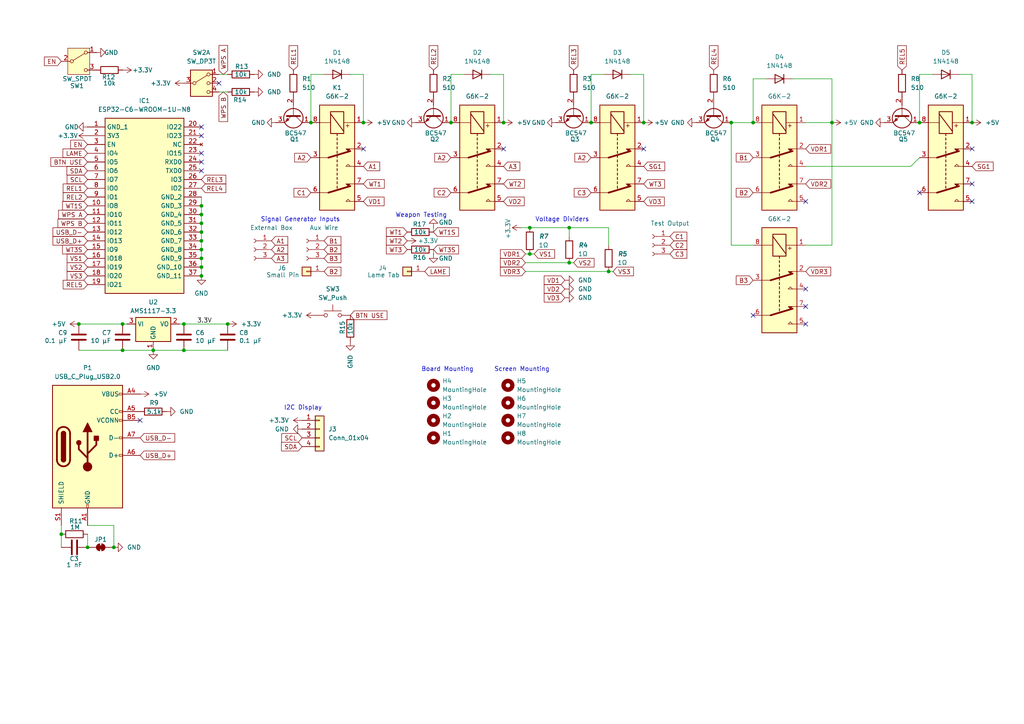
<source format=kicad_sch>
(kicad_sch (version 20250114) (generator "eeschema") (generator_version "9.0")
  (paper "A4")
  (text "Weapon Testing" (at 122.174 62.484 0) (effects (font (size 1.27 1.27))))
  (text "Screen Mounting" (at 151.384 107.188 0) (effects (font (size 1.27 1.27))))
  (text "Board Mounting" (at 129.794 107.188 0) (effects (font (size 1.27 1.27))))
  (text "I2C Display" (at 87.884 118.364 0) (effects (font (size 1.27 1.27))))
  (text "Voltage Dividers" (at 163.068 63.754 0) (effects (font (size 1.27 1.27))))
  (text "Signal Generator Inputs" (at 87.122 63.754 0) (effects (font (size 1.27 1.27))))
  (junction (at 44.45 101.6))
  (junction (at 25.4 158.75))
  (junction (at 22.86 93.98))
  (junction (at 281.94 35.56))
  (junction (at 146.05 35.56))
  (junction (at 165.1 76.2))
  (junction (at 58.42 67.31))
  (junction (at 66.04 93.98))
  (junction (at 176.53 78.74))
  (junction (at 53.34 101.6))
  (junction (at 266.7 35.56))
  (junction (at 218.44 35.56))
  (junction (at 53.34 93.98))
  (junction (at 58.42 69.85))
  (junction (at 153.67 73.66))
  (junction (at 17.78 154.94))
  (junction (at 241.3 35.56))
  (junction (at 153.67 66.04))
  (junction (at 212.09 35.56))
  (junction (at 186.69 35.56))
  (junction (at 58.42 59.69))
  (junction (at 130.81 35.56))
  (junction (at 90.17 35.56))
  (junction (at 58.42 77.47))
  (junction (at 35.56 101.6))
  (junction (at 58.42 72.39))
  (junction (at 58.42 74.93))
  (junction (at 105.41 35.56))
  (junction (at 58.42 80.01))
  (junction (at 165.1 66.04))
  (junction (at 171.45 35.56))
  (junction (at 58.42 62.23))
  (junction (at 35.56 93.98))
  (junction (at 58.42 64.77))
  (junction (at 33.02 158.75))
  (no_connect (at 63.5 24.13))
  (no_connect (at 58.42 39.37))
  (no_connect (at 233.68 88.9))
  (no_connect (at 233.68 83.82))
  (no_connect (at 58.42 49.53))
  (no_connect (at 281.94 53.34))
  (no_connect (at 233.68 93.98))
  (no_connect (at 58.42 44.45))
  (no_connect (at 281.94 43.18))
  (no_connect (at 105.41 43.18))
  (no_connect (at 218.44 91.44))
  (no_connect (at 146.05 43.18))
  (no_connect (at 266.7 55.88))
  (no_connect (at 186.69 43.18))
  (no_connect (at 58.42 46.99))
  (no_connect (at 233.68 58.42))
  (no_connect (at 40.64 121.92))
  (no_connect (at 281.94 58.42))
  (no_connect (at 58.42 36.83))
  (wire (pts (xy 53.34 101.6) (xy 66.04 101.6)))
  (wire (pts (xy 66.04 21.59) (xy 63.5 21.59)))
  (wire (pts (xy 25.4 154.94) (xy 25.4 158.75)))
  (wire (pts (xy 233.68 35.56) (xy 241.3 35.56)))
  (wire (pts (xy 22.86 93.98) (xy 35.56 93.98)))
  (wire (pts (xy 171.45 21.59) (xy 171.45 35.56)))
  (wire (pts (xy 212.09 71.12) (xy 212.09 35.56)))
  (wire (pts (xy 105.41 21.59) (xy 105.41 35.56)))
  (wire (pts (xy 241.3 22.86) (xy 241.3 35.56)))
  (wire (pts (xy 233.68 71.12) (xy 241.3 71.12)))
  (wire (pts (xy 264.16 48.26) (xy 266.7 45.72)))
  (wire (pts (xy 66.04 26.67) (xy 63.5 26.67)))
  (wire (pts (xy 58.42 67.31) (xy 58.42 69.85)))
  (wire (pts (xy 58.42 72.39) (xy 58.42 74.93)))
  (wire (pts (xy 25.4 152.4) (xy 33.02 152.4)))
  (wire (pts (xy 17.78 154.94) (xy 17.78 158.75)))
  (wire (pts (xy 186.69 21.59) (xy 186.69 35.56)))
  (wire (pts (xy 58.42 62.23) (xy 58.42 64.77)))
  (wire (pts (xy 165.1 66.04) (xy 165.1 68.58)))
  (wire (pts (xy 166.37 76.2) (xy 165.1 76.2)))
  (wire (pts (xy 35.56 93.98) (xy 36.83 93.98)))
  (wire (pts (xy 270.51 21.59) (xy 266.7 21.59)))
  (wire (pts (xy 152.4 73.66) (xy 153.67 73.66)))
  (wire (pts (xy 218.44 71.12) (xy 212.09 71.12)))
  (wire (pts (xy 142.24 21.59) (xy 146.05 21.59)))
  (wire (pts (xy 177.8 78.74) (xy 176.53 78.74)))
  (wire (pts (xy 222.25 22.86) (xy 218.44 22.86)))
  (wire (pts (xy 241.3 71.12) (xy 241.3 35.56)))
  (wire (pts (xy 58.42 57.15) (xy 58.42 59.69)))
  (wire (pts (xy 153.67 73.66) (xy 154.94 73.66)))
  (wire (pts (xy 58.42 77.47) (xy 58.42 80.01)))
  (wire (pts (xy 58.42 74.93) (xy 58.42 77.47)))
  (wire (pts (xy 53.34 93.98) (xy 66.04 93.98)))
  (wire (pts (xy 93.98 21.59) (xy 90.17 21.59)))
  (wire (pts (xy 233.68 48.26) (xy 264.16 48.26)))
  (wire (pts (xy 266.7 21.59) (xy 266.7 35.56)))
  (wire (pts (xy 218.44 22.86) (xy 218.44 35.56)))
  (wire (pts (xy 212.09 35.56) (xy 218.44 35.56)))
  (wire (pts (xy 33.02 152.4) (xy 33.02 158.75)))
  (wire (pts (xy 134.62 21.59) (xy 130.81 21.59)))
  (wire (pts (xy 182.88 21.59) (xy 186.69 21.59)))
  (wire (pts (xy 17.78 152.4) (xy 17.78 154.94)))
  (wire (pts (xy 90.17 21.59) (xy 90.17 35.56)))
  (wire (pts (xy 175.26 21.59) (xy 171.45 21.59)))
  (wire (pts (xy 58.42 69.85) (xy 58.42 72.39)))
  (wire (pts (xy 35.56 101.6) (xy 44.45 101.6)))
  (wire (pts (xy 151.13 66.04) (xy 153.67 66.04)))
  (wire (pts (xy 176.53 66.04) (xy 165.1 66.04)))
  (wire (pts (xy 130.81 21.59) (xy 130.81 35.56)))
  (wire (pts (xy 176.53 71.12) (xy 176.53 66.04)))
  (wire (pts (xy 44.45 101.6) (xy 53.34 101.6)))
  (wire (pts (xy 53.34 93.98) (xy 52.07 93.98)))
  (wire (pts (xy 229.87 22.86) (xy 241.3 22.86)))
  (wire (pts (xy 281.94 21.59) (xy 281.94 35.56)))
  (wire (pts (xy 58.42 59.69) (xy 58.42 62.23)))
  (wire (pts (xy 101.6 21.59) (xy 105.41 21.59)))
  (wire (pts (xy 152.4 76.2) (xy 165.1 76.2)))
  (wire (pts (xy 278.13 21.59) (xy 281.94 21.59)))
  (wire (pts (xy 125.73 66.04) (xy 125.73 67.31)))
  (wire (pts (xy 165.1 66.04) (xy 153.67 66.04)))
  (wire (pts (xy 146.05 21.59) (xy 146.05 35.56)))
  (wire (pts (xy 58.42 64.77) (xy 58.42 67.31)))
  (wire (pts (xy 22.86 101.6) (xy 35.56 101.6)))
  (wire (pts (xy 152.4 78.74) (xy 176.53 78.74)))
  (wire (pts (xy 125.73 72.39) (xy 125.73 73.66)))
  (label "3.3V" (at 57.15 93.98 0))
  (global_label "BTN USE" (shape input) (at 101.6 91.44 0) (property "Intersheetrefs" "${INTERSHEET_REFS}" (effects (hide yes))))
  (global_label "REL5" (shape input) (at 25.4 82.55 180) (property "Intersheetrefs" "${INTERSHEET_REFS}" (effects (hide yes))))
  (global_label "VDR1" (shape input) (at 233.68 43.18 0) (property "Intersheetrefs" "${INTERSHEET_REFS}" (effects (hide yes))))
  (global_label "USB_D+" (shape input) (at 25.4 69.85 180) (property "Intersheetrefs" "${INTERSHEET_REFS}" (effects (hide yes))))
  (global_label "WT1" (shape input) (at 105.41 53.34 0) (property "Intersheetrefs" "${INTERSHEET_REFS}" (effects (hide yes))))
  (global_label "WT1" (shape input) (at 118.11 67.31 180) (property "Intersheetrefs" "${INTERSHEET_REFS}" (effects (hide yes))))
  (global_label "A3" (shape input) (at 146.05 48.26 0) (property "Intersheetrefs" "${INTERSHEET_REFS}" (effects (hide yes))))
  (global_label "VDR2" (shape input) (at 233.68 53.34 0) (property "Intersheetrefs" "${INTERSHEET_REFS}" (effects (hide yes))))
  (global_label "A1" (shape input) (at 78.74 69.85 0) (property "Intersheetrefs" "${INTERSHEET_REFS}" (effects (hide yes))))
  (global_label "VDR2" (shape input) (at 152.4 76.2 180) (property "Intersheetrefs" "${INTERSHEET_REFS}" (effects (hide yes))))
  (global_label "A2" (shape input) (at 78.74 72.39 0) (property "Intersheetrefs" "${INTERSHEET_REFS}" (effects (hide yes))))
  (global_label "WPS A" (shape input) (at 64.77 21.59 90) (property "Intersheetrefs" "${INTERSHEET_REFS}" (effects (hide yes))))
  (global_label "B3" (shape input) (at 218.44 81.28 180) (property "Intersheetrefs" "${INTERSHEET_REFS}" (effects (hide yes))))
  (global_label "SDA" (shape input) (at 25.4 49.53 180) (property "Intersheetrefs" "${INTERSHEET_REFS}" (effects (hide yes))))
  (global_label "LAME" (shape input) (at 123.19 78.74 0) (property "Intersheetrefs" "${INTERSHEET_REFS}" (effects (hide yes))))
  (global_label "VS1" (shape input) (at 154.94 73.66 0) (property "Intersheetrefs" "${INTERSHEET_REFS}" (effects (hide yes))))
  (global_label "REL4" (shape input) (at 207.01 20.32 90) (property "Intersheetrefs" "${INTERSHEET_REFS}" (effects (hide yes))))
  (global_label "REL2" (shape input) (at 25.4 57.15 180) (property "Intersheetrefs" "${INTERSHEET_REFS}" (effects (hide yes))))
  (global_label "LAME" (shape input) (at 25.4 44.45 180) (property "Intersheetrefs" "${INTERSHEET_REFS}" (effects (hide yes))))
  (global_label "USB_D-" (shape input) (at 25.4 67.31 180) (property "Intersheetrefs" "${INTERSHEET_REFS}" (effects (hide yes))))
  (global_label "REL1" (shape input) (at 25.4 54.61 180) (property "Intersheetrefs" "${INTERSHEET_REFS}" (effects (hide yes))))
  (global_label "WT1S" (shape input) (at 125.73 67.31 0) (property "Intersheetrefs" "${INTERSHEET_REFS}" (effects (hide yes))))
  (global_label "VS3" (shape input) (at 25.4 80.01 180) (property "Intersheetrefs" "${INTERSHEET_REFS}" (effects (hide yes))))
  (global_label "B1" (shape input) (at 218.44 45.72 180) (property "Intersheetrefs" "${INTERSHEET_REFS}" (effects (hide yes))))
  (global_label "VS1" (shape input) (at 25.4 74.93 180) (property "Intersheetrefs" "${INTERSHEET_REFS}" (effects (hide yes))))
  (global_label "SDA" (shape input) (at 87.63 129.54 180) (property "Intersheetrefs" "${INTERSHEET_REFS}" (effects (hide yes))))
  (global_label "REL2" (shape input) (at 125.73 20.32 90) (property "Intersheetrefs" "${INTERSHEET_REFS}" (effects (hide yes))))
  (global_label "VS2" (shape input) (at 166.37 76.2 0) (property "Intersheetrefs" "${INTERSHEET_REFS}" (effects (hide yes))))
  (global_label "A2" (shape input) (at 90.17 45.72 180) (property "Intersheetrefs" "${INTERSHEET_REFS}" (effects (hide yes))))
  (global_label "WPS B" (shape input) (at 64.77 26.67 270) (property "Intersheetrefs" "${INTERSHEET_REFS}" (effects (hide yes))))
  (global_label "VDR3" (shape input) (at 152.4 78.74 180) (property "Intersheetrefs" "${INTERSHEET_REFS}" (effects (hide yes))))
  (global_label "WT2" (shape input) (at 118.11 69.85 180) (property "Intersheetrefs" "${INTERSHEET_REFS}" (effects (hide yes))))
  (global_label "VD2" (shape input) (at 163.83 83.82 180) (property "Intersheetrefs" "${INTERSHEET_REFS}" (effects (hide yes))))
  (global_label "A1" (shape input) (at 105.41 48.26 0) (property "Intersheetrefs" "${INTERSHEET_REFS}" (effects (hide yes))))
  (global_label "C2" (shape input) (at 194.31 71.12 0) (property "Intersheetrefs" "${INTERSHEET_REFS}" (effects (hide yes))))
  (global_label "REL3" (shape input) (at 166.37 20.32 90) (property "Intersheetrefs" "${INTERSHEET_REFS}" (effects (hide yes))))
  (global_label "VD3" (shape input) (at 163.83 86.36 180) (property "Intersheetrefs" "${INTERSHEET_REFS}" (effects (hide yes))))
  (global_label "VD1" (shape input) (at 163.83 81.28 180) (property "Intersheetrefs" "${INTERSHEET_REFS}" (effects (hide yes))))
  (global_label "BTN USE" (shape input) (at 25.4 46.99 180) (property "Intersheetrefs" "${INTERSHEET_REFS}" (effects (hide yes))))
  (global_label "B2" (shape input) (at 218.44 55.88 180) (property "Intersheetrefs" "${INTERSHEET_REFS}" (effects (hide yes))))
  (global_label "VDR1" (shape input) (at 152.4 73.66 180) (property "Intersheetrefs" "${INTERSHEET_REFS}" (effects (hide yes))))
  (global_label "EN" (shape input) (at 25.4 41.91 180) (property "Intersheetrefs" "${INTERSHEET_REFS}" (effects (hide yes))))
  (global_label "B1" (shape input) (at 93.98 69.85 0) (property "Intersheetrefs" "${INTERSHEET_REFS}" (effects (hide yes))))
  (global_label "REL5" (shape input) (at 261.62 20.32 90) (property "Intersheetrefs" "${INTERSHEET_REFS}" (effects (hide yes))))
  (global_label "VS2" (shape input) (at 25.4 77.47 180) (property "Intersheetrefs" "${INTERSHEET_REFS}" (effects (hide yes))))
  (global_label "A2" (shape input) (at 130.81 45.72 180) (property "Intersheetrefs" "${INTERSHEET_REFS}" (effects (hide yes))))
  (global_label "WPS A" (shape input) (at 25.4 62.23 180) (property "Intersheetrefs" "${INTERSHEET_REFS}" (effects (hide yes))))
  (global_label "WT3" (shape input) (at 118.11 72.39 180) (property "Intersheetrefs" "${INTERSHEET_REFS}" (effects (hide yes))))
  (global_label "VD1" (shape input) (at 105.41 58.42 0) (property "Intersheetrefs" "${INTERSHEET_REFS}" (effects (hide yes))))
  (global_label "USB_D+" (shape input) (at 40.64 132.08 0) (property "Intersheetrefs" "${INTERSHEET_REFS}" (effects (hide yes))))
  (global_label "WT3" (shape input) (at 186.69 53.34 0) (property "Intersheetrefs" "${INTERSHEET_REFS}" (effects (hide yes))))
  (global_label "WT2" (shape input) (at 146.05 53.34 0) (property "Intersheetrefs" "${INTERSHEET_REFS}" (effects (hide yes))))
  (global_label "REL4" (shape input) (at 58.42 54.61 0) (property "Intersheetrefs" "${INTERSHEET_REFS}" (effects (hide yes))))
  (global_label "B2" (shape input) (at 93.98 72.39 0) (property "Intersheetrefs" "${INTERSHEET_REFS}" (effects (hide yes))))
  (global_label "VDR3" (shape input) (at 233.68 78.74 0) (property "Intersheetrefs" "${INTERSHEET_REFS}" (effects (hide yes))))
  (global_label "VS3" (shape input) (at 177.8 78.74 0) (property "Intersheetrefs" "${INTERSHEET_REFS}" (effects (hide yes))))
  (global_label "REL1" (shape input) (at 85.09 20.32 90) (property "Intersheetrefs" "${INTERSHEET_REFS}" (effects (hide yes))))
  (global_label "SCL" (shape input) (at 25.4 52.07 180) (property "Intersheetrefs" "${INTERSHEET_REFS}" (effects (hide yes))))
  (global_label "REL3" (shape input) (at 58.42 52.07 0) (property "Intersheetrefs" "${INTERSHEET_REFS}" (effects (hide yes))))
  (global_label "C3" (shape input) (at 171.45 55.88 180) (property "Intersheetrefs" "${INTERSHEET_REFS}" (effects (hide yes))))
  (global_label "SG1" (shape input) (at 186.69 48.26 0) (property "Intersheetrefs" "${INTERSHEET_REFS}" (effects (hide yes))))
  (global_label "WT3S" (shape input) (at 25.4 72.39 180) (property "Intersheetrefs" "${INTERSHEET_REFS}" (effects (hide yes))))
  (global_label "C2" (shape input) (at 130.81 55.88 180) (property "Intersheetrefs" "${INTERSHEET_REFS}" (effects (hide yes))))
  (global_label "WT3S" (shape input) (at 125.73 72.39 0) (property "Intersheetrefs" "${INTERSHEET_REFS}" (effects (hide yes))))
  (global_label "A2" (shape input) (at 171.45 45.72 180) (property "Intersheetrefs" "${INTERSHEET_REFS}" (effects (hide yes))))
  (global_label "EN" (shape input) (at 17.78 17.78 180) (property "Intersheetrefs" "${INTERSHEET_REFS}" (effects (hide yes))))
  (global_label "C1" (shape input) (at 194.31 68.58 0) (property "Intersheetrefs" "${INTERSHEET_REFS}" (effects (hide yes))))
  (global_label "VD2" (shape input) (at 146.05 58.42 0) (property "Intersheetrefs" "${INTERSHEET_REFS}" (effects (hide yes))))
  (global_label "VD3" (shape input) (at 186.69 58.42 0) (property "Intersheetrefs" "${INTERSHEET_REFS}" (effects (hide yes))))
  (global_label "SG1" (shape input) (at 281.94 48.26 0) (property "Intersheetrefs" "${INTERSHEET_REFS}" (effects (hide yes))))
  (global_label "B3" (shape input) (at 93.98 74.93 0) (property "Intersheetrefs" "${INTERSHEET_REFS}" (effects (hide yes))))
  (global_label "A3" (shape input) (at 78.74 74.93 0) (property "Intersheetrefs" "${INTERSHEET_REFS}" (effects (hide yes))))
  (global_label "C1" (shape input) (at 90.17 55.88 180) (property "Intersheetrefs" "${INTERSHEET_REFS}" (effects (hide yes))))
  (global_label "C3" (shape input) (at 194.31 73.66 0) (property "Intersheetrefs" "${INTERSHEET_REFS}" (effects (hide yes))))
  (global_label "B2" (shape input) (at 93.98 78.74 0) (property "Intersheetrefs" "${INTERSHEET_REFS}" (effects (hide yes))))
  (global_label "USB_D-" (shape input) (at 40.64 127 0) (property "Intersheetrefs" "${INTERSHEET_REFS}" (effects (hide yes))))
  (global_label "WT1S" (shape input) (at 25.4 59.69 180) (property "Intersheetrefs" "${INTERSHEET_REFS}" (effects (hide yes))))
  (global_label "SCL" (shape input) (at 87.63 127 180) (property "Intersheetrefs" "${INTERSHEET_REFS}" (effects (hide yes))))
  (global_label "WPS B" (shape input) (at 25.4 64.77 180) (property "Intersheetrefs" "${INTERSHEET_REFS}" (effects (hide yes))))
  (symbol (lib_id "Device:R") (at 261.62 24.13 0) (unit 1)
    (property "Reference" "R8" (at 264.16 22.8599 0) (effects (justify left)))
    (property "Value" "510" (at 264.16 25.3999 0) (effects (justify left)))
    (property "Footprint" "Custom:R_1206_3216Metric_Pad1.30x1.75mm_HandSolder_Text" (effects (hide yes)))
    (property "Description" "Resistor" (effects (hide yes)))
  )
  (symbol (lib_id "Device:R") (at 153.67 69.85 0) (unit 1)
    (property "Reference" "R7" (at 156.21 68.58 0) (effects (font (thickness 0.254) (bold yes) (italic yes)) (justify left)))
    (property "Value" "1Ω" (at 156.21 71.1199 0) (effects (justify left)))
    (property "Footprint" "Custom:R_1206_3216Metric_Pad1.30x1.75mm_HandSolder_Text" (effects (hide yes)))
    (property "Description" "Resistor" (effects (hide yes)))
  )
  (symbol (lib_id "Connector_Generic:Conn_01x01") (at 88.9 78.74 0) (mirror y) (unit 1)
    (property "Reference" "J6" (at 81.788 77.724 0))
    (property "Value" "Small Pin" (at 82.042 79.756 0))
    (property "Footprint" "Connector_Wire:SolderWire-0.5sqmm_1x01_D0.9mm_OD2.1mm" (effects (hide yes)))
    (property "Description" "Generic connector, single row, 01x01, script generated (kicad-library-utils/schlib/autogen/connector/)" (effects (hide yes)))
  )
  (symbol (lib_id "Device:R") (at 176.53 74.93 0) (unit 1)
    (property "Reference" "R5" (at 179.07 73.66 0) (effects (font (thickness 0.254) (bold yes) (italic yes)) (justify left)))
    (property "Value" "1Ω" (at 179.07 76.1999 0) (effects (justify left)))
    (property "Footprint" "Custom:R_1206_3216Metric_Pad1.30x1.75mm_HandSolder_Text" (effects (hide yes)))
    (property "Description" "Resistor" (effects (hide yes)))
  )
  (symbol (lib_id "Connector:Conn_01x03_Socket") (at 189.23 71.12 0) (mirror y) (unit 1)
    (property "Reference" "J5" (effects (hide yes)))
    (property "Value" "Test Output" (at 194.31 64.77 0))
    (property "Footprint" "Custom:Fencing Plug" (effects (hide yes)))
    (property "Description" "Generic connector, single row, 01x03, script generated" (effects (hide yes)))
  )
  (symbol (lib_id "Mechanical:MountingHole") (at 147.32 111.76 0) (unit 1) (in_bom no)
    (property "Reference" "H5" (at 149.86 110.4899 0) (effects (justify left)))
    (property "Value" "MountingHole" (at 149.86 113.0299 0) (effects (justify left)))
    (property "Footprint" "MountingHole:MountingHole_2.2mm_M2_DIN965_Pad_TopBottom" (effects (hide yes)))
    (property "Description" "Mounting Hole without connection" (effects (hide yes)))
  )
  (symbol (lib_id "Device:R") (at 21.59 154.94 90) (mirror x) (unit 1)
    (property "Reference" "R11" (at 20.066 151.13 90) (effects (justify right)))
    (property "Value" "1M" (at 20.32 152.908 90) (effects (justify right)))
    (property "Footprint" "Custom:R_1206_3216Metric_Pad1.30x1.75mm_HandSolder_Text" (effects (hide yes)))
    (property "Description" "Resistor" (effects (hide yes)))
  )
  (symbol (lib_id "Diode:1N4148") (at 274.32 21.59 180) (unit 1)
    (property "Reference" "D5" (at 274.32 15.24 0))
    (property "Value" "1N4148" (at 274.32 17.78 0))
    (property "Footprint" "Diode_SMD:D_SOD-123" (effects (hide yes)))
    (property "Datasheet" "https://assets.nexperia.com/documents/data-sheet/1N4148_1N4448.pdf" (effects (hide yes)))
    (property "Description" "100V 0.15A standard switching diode, DO-35" (effects (hide yes)))
    (property "Sim.Device" "D" (effects (hide yes)))
    (property "Sim.Pins" "1=K 2=A" (effects (hide yes)))
  )
  (symbol (lib_id "Regulator_Linear:AMS1117-3.3") (at 44.45 93.98 0) (unit 1)
    (property "Reference" "U2" (at 44.45 87.63 0))
    (property "Value" "AMS1117-3.3" (at 44.45 90.17 0))
    (property "Footprint" "Package_TO_SOT_SMD:SOT-223" (effects (hide yes)))
    (property "Datasheet" "http://www.advanced-monolithic.com/pdf/ds1117.pdf" (effects (hide yes)))
    (property "Description" "1A Low Dropout regulator, positive, 3.3V fixed output, SOT-223" (effects (hide yes)))
  )
  (symbol (lib_id "power:GND") (at 25.4 36.83 270) (unit 1)
    (property "Reference" "#PWR018" (effects (hide yes)))
    (property "Value" "GND" (at 22.86 36.8299 90) (effects (justify right)))
    (property "Description" "Power symbol creates a global label with name \"GND\" , ground" (effects (hide yes)))
  )
  (symbol (lib_id "power:GND") (at 58.42 80.01 0) (unit 1)
    (property "Reference" "#PWR017" (effects (hide yes)))
    (property "Value" "GND" (at 58.42 85.09 0))
    (property "Description" "Power symbol creates a global label with name \"GND\" , ground" (effects (hide yes)))
  )
  (symbol (lib_id "power:+3.3V") (at 91.44 91.44 90) (unit 1)
    (property "Reference" "#PWR028" (effects (hide yes)))
    (property "Value" "+3.3V" (at 87.63 91.4399 90) (effects (justify left)))
    (property "Description" "Power symbol creates a global label with name \"+3.3V\"" (effects (hide yes)))
  )
  (symbol (lib_id "Device:C") (at 35.56 97.79 0) (mirror y) (unit 1)
    (property "Reference" "C7" (at 32.258 96.52 0) (effects (justify left)))
    (property "Value" "10 µF" (at 32.258 98.806 0) (effects (justify left)))
    (property "Footprint" "Capacitor_SMD:C_0805_2012Metric_Pad1.18x1.45mm_HandSolder" (effects (hide yes)))
    (property "Description" "Unpolarized capacitor" (effects (hide yes)))
  )
  (symbol (lib_id "power:GND") (at 101.6 99.06 0) (unit 1)
    (property "Reference" "#PWR029" (effects (hide yes)))
    (property "Value" "GND" (at 101.6001 102.87 90) (effects (justify right)))
    (property "Description" "Power symbol creates a global label with name \"GND\" , ground" (effects (hide yes)))
  )
  (symbol (lib_id "power:+5V") (at 22.86 93.98 90) (unit 1)
    (property "Reference" "#PWR037" (effects (hide yes)))
    (property "Value" "+5V" (at 19.05 93.9799 90) (effects (justify left)))
    (property "Description" "Power symbol creates a global label with name \"+5V\"" (effects (hide yes)))
  )
  (symbol (lib_id "Device:R") (at 69.85 21.59 90) (unit 1)
    (property "Reference" "R13" (at 70.104 19.304 90))
    (property "Value" "10k" (at 69.85 21.59 90))
    (property "Footprint" "Custom:R_1206_3216Metric_Pad1.30x1.75mm_HandSolder_Text" (effects (hide yes)))
    (property "Description" "Resistor" (effects (hide yes)))
  )
  (symbol (lib_id "Transistor_BJT:BC547") (at 85.09 33.02 270) (unit 1)
    (property "Reference" "Q1" (at 84.074 40.386 90) (effects (justify left)))
    (property "Value" "BC547" (at 82.55 38.608 90) (effects (justify left)))
    (property "Footprint" "Package_TO_SOT_THT:TO-92_Inline" (effects (hide yes)))
    (property "Datasheet" "https://www.onsemi.com/pub/Collateral/BC550-D.pdf" (effects (hide yes)))
    (property "Description" "0.1A Ic, 45V Vce, Small Signal NPN Transistor, TO-92" (effects (hide yes)))
  )
  (symbol (lib_id "power:GND") (at 120.65 35.56 270) (unit 1)
    (property "Reference" "#PWR02" (effects (hide yes)))
    (property "Value" "GND" (at 115.57 35.56 90))
    (property "Description" "Power symbol creates a global label with name \"GND\" , ground" (effects (hide yes)))
  )
  (symbol (lib_id "Relay:G6K-2") (at 138.43 45.72 270) (unit 1)
    (property "Reference" "K2" (effects (hide yes)))
    (property "Value" "G6K-2" (at 138.43 27.94 90))
    (property "Footprint" "Relay_SMD:Relay_DPDT_Omron_G6K-2F" (effects (hide yes)))
    (property "Datasheet" "http://omronfs.omron.com/en_US/ecb/products/pdf/en-g6k.pdf" (effects (hide yes)))
    (property "Description" "Miniature 2-pole relay, Single-side Stable" (effects (hide yes)))
  )
  (symbol (lib_id "Diode:1N4148") (at 179.07 21.59 180) (unit 1)
    (property "Reference" "D3" (at 179.07 15.24 0))
    (property "Value" "1N4148" (at 179.07 17.78 0))
    (property "Footprint" "Diode_SMD:D_SOD-123" (effects (hide yes)))
    (property "Datasheet" "https://assets.nexperia.com/documents/data-sheet/1N4148_1N4448.pdf" (effects (hide yes)))
    (property "Description" "100V 0.15A standard switching diode, DO-35" (effects (hide yes)))
    (property "Sim.Device" "D" (effects (hide yes)))
    (property "Sim.Pins" "1=K 2=A" (effects (hide yes)))
  )
  (symbol (lib_id "power:+5V") (at 146.05 35.56 270) (unit 1)
    (property "Reference" "#PWR06" (effects (hide yes)))
    (property "Value" "+5V" (at 149.86 35.5599 90) (effects (justify left)))
    (property "Description" "Power symbol creates a global label with name \"+5V\"" (effects (hide yes)))
  )
  (symbol (lib_id "Switch:SW_DP3T") (at 58.42 24.13 0) (unit 1)
    (property "Reference" "SW2" (at 58.42 15.24 0))
    (property "Value" "SW_DP3T" (at 58.42 17.78 0))
    (property "Footprint" "Button_Switch_SMD:SW_SP3T_PCM13" (effects (hide yes)))
    (property "Description" "Switch, three position, dual pole triple throw, 3 position switch, SP3T" (effects (hide yes)))
  )
  (symbol (lib_id "Mechanical:MountingHole") (at 125.73 116.84 0) (unit 1) (in_bom no)
    (property "Reference" "H3" (at 128.27 115.5699 0) (effects (justify left)))
    (property "Value" "MountingHole" (at 128.27 118.1099 0) (effects (justify left)))
    (property "Footprint" "MountingHole:MountingHole_3.2mm_M3_ISO7380_Pad_TopBottom" (effects (hide yes)))
    (property "Description" "Mounting Hole without connection" (effects (hide yes)))
  )
  (symbol (lib_id "power:GND") (at 163.83 86.36 90) (unit 1)
    (property "Reference" "#PWR020" (effects (hide yes)))
    (property "Value" "GND" (at 167.64 86.3599 90) (effects (justify right)))
    (property "Description" "Power symbol creates a global label with name \"GND\" , ground" (effects (hide yes)))
  )
  (symbol (lib_id "Jumper:SolderJumper_2_Bridged") (at 29.21 158.75 0) (mirror x) (unit 1) (in_bom no)
    (property "Reference" "JP1" (at 29.21 156.464 0))
    (property "Value" "SolderJumper_2_Closed" (effects (hide yes)))
    (property "Footprint" "Jumper:SolderJumper-2_P1.3mm_Bridged_RoundedPad1.0x1.5mm" (effects (hide yes)))
    (property "Description" "Solder Jumper, 2-pole, closed/bridged" (effects (hide yes)))
  )
  (symbol (lib_id "Connector:Conn_01x03_Socket") (at 88.9 72.39 0) (mirror y) (unit 1)
    (property "Reference" "J2" (effects (hide yes)))
    (property "Value" "Aux Wire" (at 93.98 66.04 0))
    (property "Footprint" "Custom:Fencing Plug" (effects (hide yes)))
    (property "Description" "Generic connector, single row, 01x03, script generated" (effects (hide yes)))
  )
  (symbol (lib_id "power:GND") (at 256.54 35.56 270) (unit 1)
    (property "Reference" "#PWR031" (effects (hide yes)))
    (property "Value" "GND" (at 251.46 35.56 90))
    (property "Description" "Power symbol creates a global label with name \"GND\" , ground" (effects (hide yes)))
  )
  (symbol (lib_id "power:GND") (at 125.73 73.66 0) (unit 1)
    (property "Reference" "#PWR033" (effects (hide yes)))
    (property "Value" "GND" (at 129.286 74.93 0))
    (property "Description" "Power symbol creates a global label with name \"GND\" , ground" (effects (hide yes)))
  )
  (symbol (lib_id "Device:C") (at 22.86 97.79 0) (mirror y) (unit 1)
    (property "Reference" "C9" (at 19.558 96.52 0) (effects (justify left)))
    (property "Value" "0.1 µF" (at 19.558 98.806 0) (effects (justify left)))
    (property "Footprint" "Capacitor_SMD:C_0805_2012Metric_Pad1.18x1.45mm_HandSolder" (effects (hide yes)))
    (property "Description" "Unpolarized capacitor" (effects (hide yes)))
  )
  (symbol (lib_id "power:GND") (at 44.45 101.6 0) (unit 1)
    (property "Reference" "#PWR015" (effects (hide yes)))
    (property "Value" "GND" (at 44.45 106.68 0))
    (property "Description" "Power symbol creates a global label with name \"GND\" , ground" (effects (hide yes)))
  )
  (symbol (lib_id "Mechanical:MountingHole") (at 147.32 127 0) (unit 1) (in_bom no)
    (property "Reference" "H8" (at 149.86 125.7299 0) (effects (justify left)))
    (property "Value" "MountingHole" (at 149.86 128.2699 0) (effects (justify left)))
    (property "Footprint" "MountingHole:MountingHole_2.2mm_M2_DIN965_Pad_TopBottom" (effects (hide yes)))
    (property "Description" "Mounting Hole without connection" (effects (hide yes)))
  )
  (symbol (lib_id "Mechanical:MountingHole") (at 125.73 121.92 0) (unit 1) (in_bom no)
    (property "Reference" "H2" (at 128.27 120.6499 0) (effects (justify left)))
    (property "Value" "MountingHole" (at 128.27 123.1899 0) (effects (justify left)))
    (property "Footprint" "MountingHole:MountingHole_3.2mm_M3_ISO7380_Pad_TopBottom" (effects (hide yes)))
    (property "Description" "Mounting Hole without connection" (effects (hide yes)))
  )
  (symbol (lib_id "Device:C") (at 21.59 158.75 90) (mirror x) (unit 1)
    (property "Reference" "C3" (at 22.86 162.052 90) (effects (justify left)))
    (property "Value" "1 nF" (at 23.876 163.83 90) (effects (justify left)))
    (property "Footprint" "Capacitor_SMD:C_0805_2012Metric_Pad1.18x1.45mm_HandSolder" (effects (hide yes)))
    (property "Description" "Unpolarized capacitor" (effects (hide yes)))
  )
  (symbol (lib_id "Transistor_BJT:BC547") (at 207.01 33.02 270) (unit 1)
    (property "Reference" "Q4" (at 205.994 40.386 90) (effects (justify left)))
    (property "Value" "BC547" (at 204.47 38.608 90) (effects (justify left)))
    (property "Footprint" "Package_TO_SOT_THT:TO-92_Inline" (effects (hide yes)))
    (property "Datasheet" "https://www.onsemi.com/pub/Collateral/BC550-D.pdf" (effects (hide yes)))
    (property "Description" "0.1A Ic, 45V Vce, Small Signal NPN Transistor, TO-92" (effects (hide yes)))
  )
  (symbol (lib_id "Transistor_BJT:BC547") (at 125.73 33.02 270) (unit 1)
    (property "Reference" "Q2" (at 124.714 40.386 90) (effects (justify left)))
    (property "Value" "BC547" (at 123.19 38.608 90) (effects (justify left)))
    (property "Footprint" "Package_TO_SOT_THT:TO-92_Inline" (effects (hide yes)))
    (property "Datasheet" "https://www.onsemi.com/pub/Collateral/BC550-D.pdf" (effects (hide yes)))
    (property "Description" "0.1A Ic, 45V Vce, Small Signal NPN Transistor, TO-92" (effects (hide yes)))
  )
  (symbol (lib_id "Mechanical:MountingHole") (at 147.32 116.84 0) (unit 1) (in_bom no)
    (property "Reference" "H6" (at 149.86 115.5699 0) (effects (justify left)))
    (property "Value" "MountingHole" (at 149.86 118.1099 0) (effects (justify left)))
    (property "Footprint" "MountingHole:MountingHole_2.2mm_M2_DIN965_Pad_TopBottom" (effects (hide yes)))
    (property "Description" "Mounting Hole without connection" (effects (hide yes)))
  )
  (symbol (lib_id "Diode:1N4148") (at 138.43 21.59 180) (unit 1)
    (property "Reference" "D2" (at 138.43 15.24 0))
    (property "Value" "1N4148" (at 138.43 17.78 0))
    (property "Footprint" "Diode_SMD:D_SOD-123" (effects (hide yes)))
    (property "Datasheet" "https://assets.nexperia.com/documents/data-sheet/1N4148_1N4448.pdf" (effects (hide yes)))
    (property "Description" "100V 0.15A standard switching diode, DO-35" (effects (hide yes)))
    (property "Sim.Device" "D" (effects (hide yes)))
    (property "Sim.Pins" "1=K 2=A" (effects (hide yes)))
  )
  (symbol (lib_id "Device:R") (at 121.92 72.39 270) (unit 1)
    (property "Reference" "R16" (at 121.666 74.676 90))
    (property "Value" "10k" (at 121.92 72.39 90))
    (property "Footprint" "Custom:R_1206_3216Metric_Pad1.30x1.75mm_HandSolder_Text" (effects (hide yes)))
    (property "Description" "Resistor" (effects (hide yes)))
  )
  (symbol (lib_id "power:+3.3V") (at 25.4 39.37 90) (mirror x) (unit 1)
    (property "Reference" "#PWR019" (effects (hide yes)))
    (property "Value" "+3.3V" (at 22.606 39.37 90) (effects (justify left)))
    (property "Description" "Power symbol creates a global label with name \"+3.3V\"" (effects (hide yes)))
  )
  (symbol (lib_id "power:+5V") (at 241.3 35.56 270) (unit 1)
    (property "Reference" "#PWR04" (effects (hide yes)))
    (property "Value" "+5V" (at 244.602 35.56 90) (effects (justify left)))
    (property "Description" "Power symbol creates a global label with name \"+5V\"" (effects (hide yes)))
  )
  (symbol (lib_id "Device:R") (at 101.6 95.25 180) (unit 1)
    (property "Reference" "R15" (at 99.314 94.996 90))
    (property "Value" "10k" (at 101.6 95.25 90))
    (property "Footprint" "Custom:R_1206_3216Metric_Pad1.30x1.75mm_HandSolder_Text" (effects (hide yes)))
    (property "Description" "Resistor" (effects (hide yes)))
  )
  (symbol (lib_id "power:+3.3V") (at 35.56 20.32 270) (unit 1)
    (property "Reference" "#PWR013" (effects (hide yes)))
    (property "Value" "+3.3V" (at 38.354 20.32 90) (effects (justify left)))
    (property "Description" "Power symbol creates a global label with name \"+3.3V\"" (effects (hide yes)))
  )
  (symbol (lib_id "Mechanical:MountingHole") (at 125.73 111.76 0) (unit 1) (in_bom no)
    (property "Reference" "H4" (at 128.27 110.4899 0) (effects (justify left)))
    (property "Value" "MountingHole" (at 128.27 113.0299 0) (effects (justify left)))
    (property "Footprint" "MountingHole:MountingHole_3.2mm_M3_ISO7380_Pad_TopBottom" (effects (hide yes)))
    (property "Description" "Mounting Hole without connection" (effects (hide yes)))
  )
  (symbol (lib_id "Device:R") (at 165.1 72.39 0) (unit 1)
    (property "Reference" "R4" (at 167.64 71.12 0) (effects (font (thickness 0.254) (bold yes) (italic yes)) (justify left)))
    (property "Value" "1Ω" (at 167.64 73.6599 0) (effects (justify left)))
    (property "Footprint" "Custom:R_1206_3216Metric_Pad1.30x1.75mm_HandSolder_Text" (effects (hide yes)))
    (property "Description" "Resistor" (effects (hide yes)))
  )
  (symbol (lib_id "Device:R") (at 121.92 67.31 270) (mirror x) (unit 1)
    (property "Reference" "R17" (at 121.666 65.024 90))
    (property "Value" "10k" (at 121.92 67.31 90))
    (property "Footprint" "Custom:R_1206_3216Metric_Pad1.30x1.75mm_HandSolder_Text" (effects (hide yes)))
    (property "Description" "Resistor" (effects (hide yes)))
  )
  (symbol (lib_id "Device:R") (at 125.73 24.13 0) (unit 1)
    (property "Reference" "R2" (at 128.27 22.8599 0) (effects (justify left)))
    (property "Value" "510" (at 128.27 25.3999 0) (effects (justify left)))
    (property "Footprint" "Custom:R_1206_3216Metric_Pad1.30x1.75mm_HandSolder_Text" (effects (hide yes)))
    (property "Description" "Resistor" (effects (hide yes)))
  )
  (symbol (lib_id "Switch:SW_Push") (at 96.52 91.44 0) (unit 1)
    (property "Reference" "SW3" (at 96.52 83.82 0))
    (property "Value" "SW_Push" (at 96.52 86.36 0))
    (property "Footprint" "Button_Switch_THT:SW_PUSH_6mm_H13mm" (effects (hide yes)))
    (property "Description" "Push button switch, generic, two pins" (effects (hide yes)))
  )
  (symbol (lib_id "power:GND") (at 125.73 66.04 180) (unit 1)
    (property "Reference" "#PWR034" (effects (hide yes)))
    (property "Value" "GND" (at 129.286 64.516 0))
    (property "Description" "Power symbol creates a global label with name \"GND\" , ground" (effects (hide yes)))
  )
  (symbol (lib_id "Transistor_BJT:BC547") (at 261.62 33.02 270) (unit 1)
    (property "Reference" "Q5" (at 260.604 40.386 90) (effects (justify left)))
    (property "Value" "BC547" (at 259.08 38.608 90) (effects (justify left)))
    (property "Footprint" "Package_TO_SOT_THT:TO-92_Inline" (effects (hide yes)))
    (property "Datasheet" "https://www.onsemi.com/pub/Collateral/BC550-D.pdf" (effects (hide yes)))
    (property "Description" "0.1A Ic, 45V Vce, Small Signal NPN Transistor, TO-92" (effects (hide yes)))
  )
  (symbol (lib_id "Relay:G6K-2") (at 226.06 45.72 270) (unit 1)
    (property "Reference" "K4" (effects (hide yes)))
    (property "Value" "G6K-2" (at 226.06 27.94 90))
    (property "Footprint" "Relay_SMD:Relay_DPDT_Omron_G6K-2F" (effects (hide yes)))
    (property "Datasheet" "http://omronfs.omron.com/en_US/ecb/products/pdf/en-g6k.pdf" (effects (hide yes)))
    (property "Description" "Miniature 2-pole relay, Single-side Stable" (effects (hide yes)))
  )
  (symbol (lib_id "Connector:USB_C_Plug_USB2.0") (at 25.4 129.54 0) (unit 1)
    (property "Reference" "P1" (at 25.4 106.68 0))
    (property "Value" "USB_C_Plug_USB2.0" (at 25.4 109.22 0))
    (property "Footprint" "Connector_USB:USB_C_Receptacle_GCT_USB4085" (effects (hide yes)))
    (property "Datasheet" "https://www.usb.org/sites/default/files/documents/usb_type-c.zip" (effects (hide yes)))
    (property "Description" "USB 2.0-only Type-C Plug connector" (effects (hide yes)))
  )
  (symbol (lib_id "power:+5V") (at 105.41 35.56 270) (unit 1)
    (property "Reference" "#PWR010" (effects (hide yes)))
    (property "Value" "+5V" (at 109.22 35.5599 90) (effects (justify left)))
    (property "Description" "Power symbol creates a global label with name \"+5V\"" (effects (hide yes)))
  )
  (symbol (lib_id "power:GND") (at 161.29 35.56 270) (unit 1)
    (property "Reference" "#PWR03" (effects (hide yes)))
    (property "Value" "GND" (at 156.21 35.56 90))
    (property "Description" "Power symbol creates a global label with name \"GND\" , ground" (effects (hide yes)))
  )
  (symbol (lib_id "Switch:SW_SPDT") (at 22.86 17.78 0) (unit 1)
    (property "Reference" "SW1" (at 24.384 24.892 0) (effects (justify right)))
    (property "Value" "SW_SPDT" (at 26.67 22.86 0) (effects (justify right)))
    (property "Footprint" "Button_Switch_SMD:SW_SPDT_CK_JS102011SAQN" (effects (hide yes)))
    (property "Description" "Switch, single pole double throw" (effects (hide yes)))
  )
  (symbol (lib_id "power:GND") (at 48.26 119.38 90) (unit 1)
    (property "Reference" "#PWR021" (effects (hide yes)))
    (property "Value" "GND" (at 52.07 119.3799 90) (effects (justify right)))
    (property "Description" "Power symbol creates a global label with name \"GND\" , ground" (effects (hide yes)))
  )
  (symbol (lib_id "Importer:ESP32-C6-WROOM-1U-N8") (at 25.4 36.83 0) (unit 1)
    (property "Reference" "IC1" (at 41.91 29.21 0))
    (property "Value" "ESP32-C6-WROOM-1U-N8" (at 41.91 31.75 0))
    (property "Footprint" "Importer:ESP32C6WROOM1UN8" (effects (hide yes)))
    (property "Datasheet" "https://www.espressif.com/sites/default/files/documentation/esp32-c6-wroom-1_wroom-1u_datasheet_en.pdf" (effects (hide yes)))
    (property "Description" "Multiprotocol Modules ESP32-C6 based module, supports Wi-Fi 6 in 2.4 GHz band, Bluetooth 5, Zigbee 3.0 and Thread" (effects (hide yes)))
    (property "Height" "3.35" (effects (hide yes)))
    (property "Manufacturer_Name" "Espressif Systems" (effects (hide yes)))
    (property "Manufacturer_Part_Number" "ESP32-C6-WROOM-1U-N8" (effects (hide yes)))
    (property "Mouser Part Number" "356-ESP32C6WROOM1UN8" (effects (hide yes)))
    (property "Mouser Price/Stock" "https://www.mouser.co.uk/ProductDetail/Espressif-Systems/ESP32-C6-WROOM-1U-N8?qs=1Kr7Jg1SGW%2FzPU4G%252ByMwkA%3D%3D" (effects (hide yes)))
  )
  (symbol (lib_id "power:+5V") (at 186.69 35.56 270) (unit 1)
    (property "Reference" "#PWR05" (effects (hide yes)))
    (property "Value" "+5V" (at 189.738 35.56 90) (effects (justify left)))
    (property "Description" "Power symbol creates a global label with name \"+5V\"" (effects (hide yes)))
  )
  (symbol (lib_id "power:+3.3V") (at 118.11 69.85 270) (mirror x) (unit 1)
    (property "Reference" "#PWR09" (effects (hide yes)))
    (property "Value" "+3.3V" (at 121.158 69.85 90) (effects (justify left)))
    (property "Description" "Power symbol creates a global label with name \"+3.3V\"" (effects (hide yes)))
  )
  (symbol (lib_id "power:GND") (at 80.01 35.56 270) (unit 1)
    (property "Reference" "#PWR01" (effects (hide yes)))
    (property "Value" "GND" (at 74.93 35.56 90))
    (property "Description" "Power symbol creates a global label with name \"GND\" , ground" (effects (hide yes)))
  )
  (symbol (lib_id "Mechanical:MountingHole") (at 125.73 127 0) (unit 1) (in_bom no)
    (property "Reference" "H1" (at 128.27 125.7299 0) (effects (justify left)))
    (property "Value" "MountingHole" (at 128.27 128.2699 0) (effects (justify left)))
    (property "Footprint" "MountingHole:MountingHole_3.2mm_M3_ISO7380_Pad_TopBottom" (effects (hide yes)))
    (property "Description" "Mounting Hole without connection" (effects (hide yes)))
  )
  (symbol (lib_id "Relay:G6K-2") (at 226.06 81.28 270) (unit 1)
    (property "Reference" "K5" (effects (hide yes)))
    (property "Value" "G6K-2" (at 226.06 63.5 90))
    (property "Footprint" "Relay_SMD:Relay_DPDT_Omron_G6K-2F" (effects (hide yes)))
    (property "Datasheet" "http://omronfs.omron.com/en_US/ecb/products/pdf/en-g6k.pdf" (effects (hide yes)))
    (property "Description" "Miniature 2-pole relay, Single-side Stable" (effects (hide yes)))
  )
  (symbol (lib_id "power:GND") (at 163.83 83.82 90) (unit 1)
    (property "Reference" "#PWR07" (effects (hide yes)))
    (property "Value" "GND" (at 167.64 83.8199 90) (effects (justify right)))
    (property "Description" "Power symbol creates a global label with name \"GND\" , ground" (effects (hide yes)))
  )
  (symbol (lib_id "power:+3.3V") (at 151.13 66.04 90) (unit 1)
    (property "Reference" "#PWR08" (effects (hide yes)))
    (property "Value" "+3.3V" (at 147.32 69.342 0) (effects (justify left)))
    (property "Description" "Power symbol creates a global label with name \"+3.3V\"" (effects (hide yes)))
  )
  (symbol (lib_id "Device:R") (at 31.75 20.32 90) (mirror x) (unit 1)
    (property "Reference" "R12" (at 31.496 22.352 90))
    (property "Value" "10k" (at 31.75 24.13 90))
    (property "Footprint" "Custom:R_1206_3216Metric_Pad1.30x1.75mm_HandSolder_Text" (effects (hide yes)))
    (property "Description" "Resistor" (effects (hide yes)))
  )
  (symbol (lib_id "power:GND") (at 33.02 158.75 90) (unit 1)
    (property "Reference" "#PWR014" (effects (hide yes)))
    (property "Value" "GND" (at 36.83 158.7499 90) (effects (justify right)))
    (property "Description" "Power symbol creates a global label with name \"GND\" , ground" (effects (hide yes)))
  )
  (symbol (lib_id "Connector_Generic:Conn_01x01") (at 118.11 78.74 0) (mirror y) (unit 1)
    (property "Reference" "J4" (at 110.998 77.724 0))
    (property "Value" "Lame Tab" (at 111.252 79.756 0))
    (property "Footprint" "Connector_Wire:SolderWire-0.5sqmm_1x01_D0.9mm_OD2.1mm" (effects (hide yes)))
    (property "Description" "Generic connector, single row, 01x01, script generated (kicad-library-utils/schlib/autogen/connector/)" (effects (hide yes)))
  )
  (symbol (lib_id "Device:R") (at 69.85 26.67 270) (unit 1)
    (property "Reference" "R14" (at 69.596 28.956 90))
    (property "Value" "10k" (at 69.85 26.67 90))
    (property "Footprint" "Custom:R_1206_3216Metric_Pad1.30x1.75mm_HandSolder_Text" (effects (hide yes)))
    (property "Description" "Resistor" (effects (hide yes)))
  )
  (symbol (lib_id "Device:R") (at 44.45 119.38 90) (unit 1)
    (property "Reference" "R9" (at 44.704 116.84 90))
    (property "Value" "5.1k" (at 44.704 119.38 90))
    (property "Footprint" "Custom:R_1206_3216Metric_Pad1.30x1.75mm_HandSolder_Text" (effects (hide yes)))
    (property "Description" "Resistor" (effects (hide yes)))
  )
  (symbol (lib_id "Relay:G6K-2") (at 97.79 45.72 270) (unit 1)
    (property "Reference" "K1" (at 97.79 25.4 90))
    (property "Value" "G6K-2" (at 97.79 27.94 90))
    (property "Footprint" "Relay_SMD:Relay_DPDT_Omron_G6K-2F" (effects (hide yes)))
    (property "Datasheet" "http://omronfs.omron.com/en_US/ecb/products/pdf/en-g6k.pdf" (effects (hide yes)))
    (property "Description" "Miniature 2-pole relay, Single-side Stable" (effects (hide yes)))
  )
  (symbol (lib_id "Connector:Conn_01x03_Socket") (at 73.66 72.39 0) (mirror y) (unit 1)
    (property "Reference" "J1" (effects (hide yes)))
    (property "Value" "External Box" (at 78.74 66.04 0))
    (property "Footprint" "Custom:Fencing Plug" (effects (hide yes)))
    (property "Description" "Generic connector, single row, 01x03, script generated" (effects (hide yes)))
  )
  (symbol (lib_id "Mechanical:MountingHole") (at 147.32 121.92 0) (unit 1) (in_bom no)
    (property "Reference" "H7" (at 149.86 120.6499 0) (effects (justify left)))
    (property "Value" "MountingHole" (at 149.86 123.1899 0) (effects (justify left)))
    (property "Footprint" "MountingHole:MountingHole_2.2mm_M2_DIN965_Pad_TopBottom" (effects (hide yes)))
    (property "Description" "Mounting Hole without connection" (effects (hide yes)))
  )
  (symbol (lib_id "Diode:1N4148") (at 226.06 22.86 180) (unit 1)
    (property "Reference" "D4" (at 226.06 16.51 0))
    (property "Value" "1N4148" (at 226.06 19.05 0))
    (property "Footprint" "Diode_SMD:D_SOD-123" (effects (hide yes)))
    (property "Datasheet" "https://assets.nexperia.com/documents/data-sheet/1N4148_1N4448.pdf" (effects (hide yes)))
    (property "Description" "100V 0.15A standard switching diode, DO-35" (effects (hide yes)))
    (property "Sim.Device" "D" (effects (hide yes)))
    (property "Sim.Pins" "1=K 2=A" (effects (hide yes)))
  )
  (symbol (lib_id "power:+5V") (at 281.94 35.56 270) (unit 1)
    (property "Reference" "#PWR032" (effects (hide yes)))
    (property "Value" "+5V" (at 285.75 35.5599 90) (effects (justify left)))
    (property "Description" "Power symbol creates a global label with name \"+5V\"" (effects (hide yes)))
  )
  (symbol (lib_id "power:GND") (at 27.94 15.24 90) (mirror x) (unit 1)
    (property "Reference" "#PWR024" (effects (hide yes)))
    (property "Value" "GND" (at 32.258 15.24 90))
    (property "Description" "Power symbol creates a global label with name \"GND\" , ground" (effects (hide yes)))
  )
  (symbol (lib_id "Diode:1N4148") (at 97.79 21.59 180) (unit 1)
    (property "Reference" "D1" (at 97.79 15.24 0))
    (property "Value" "1N4148" (at 97.79 17.78 0))
    (property "Footprint" "Diode_SMD:D_SOD-123" (effects (hide yes)))
    (property "Datasheet" "https://assets.nexperia.com/documents/data-sheet/1N4148_1N4448.pdf" (effects (hide yes)))
    (property "Description" "100V 0.15A standard switching diode, DO-35" (effects (hide yes)))
    (property "Sim.Device" "D" (effects (hide yes)))
    (property "Sim.Pins" "1=K 2=A" (effects (hide yes)))
  )
  (symbol (lib_id "power:+3.3V") (at 66.04 93.98 270) (mirror x) (unit 1)
    (property "Reference" "#PWR016" (effects (hide yes)))
    (property "Value" "+3.3V" (at 69.85 93.9799 90) (effects (justify left)))
    (property "Description" "Power symbol creates a global label with name \"+3.3V\"" (effects (hide yes)))
  )
  (symbol (lib_id "power:+3.3V") (at 87.63 121.92 90) (unit 1)
    (property "Reference" "#PWR023" (effects (hide yes)))
    (property "Value" "+3.3V" (at 83.82 121.9199 90) (effects (justify left)))
    (property "Description" "Power symbol creates a global label with name \"+3.3V\"" (effects (hide yes)))
  )
  (symbol (lib_id "power:GND") (at 73.66 26.67 90) (unit 1)
    (property "Reference" "#PWR026" (effects (hide yes)))
    (property "Value" "GND" (at 77.47 26.6699 90) (effects (justify right)))
    (property "Description" "Power symbol creates a global label with name \"GND\" , ground" (effects (hide yes)))
  )
  (symbol (lib_id "power:GND") (at 73.66 21.59 90) (unit 1)
    (property "Reference" "#PWR025" (effects (hide yes)))
    (property "Value" "GND" (at 77.47 21.5899 90) (effects (justify right)))
    (property "Description" "Power symbol creates a global label with name \"GND\" , ground" (effects (hide yes)))
  )
  (symbol (lib_id "Device:C") (at 66.04 97.79 0) (unit 1)
    (property "Reference" "C8" (at 69.342 96.52 0) (effects (justify left)))
    (property "Value" "0.1 µF" (at 69.342 98.806 0) (effects (justify left)))
    (property "Footprint" "Capacitor_SMD:C_0805_2012Metric_Pad1.18x1.45mm_HandSolder" (effects (hide yes)))
    (property "Description" "Unpolarized capacitor" (effects (hide yes)))
  )
  (symbol (lib_id "Device:R") (at 166.37 24.13 0) (unit 1)
    (property "Reference" "R3" (at 168.91 22.8599 0) (effects (justify left)))
    (property "Value" "510" (at 168.91 25.3999 0) (effects (justify left)))
    (property "Footprint" "Custom:R_1206_3216Metric_Pad1.30x1.75mm_HandSolder_Text" (effects (hide yes)))
    (property "Description" "Resistor" (effects (hide yes)))
  )
  (symbol (lib_id "power:+3.3V") (at 53.34 24.13 90) (unit 1)
    (property "Reference" "#PWR027" (effects (hide yes)))
    (property "Value" "+3.3V" (at 49.53 24.1299 90) (effects (justify left)))
    (property "Description" "Power symbol creates a global label with name \"+3.3V\"" (effects (hide yes)))
  )
  (symbol (lib_id "Device:C") (at 53.34 97.79 0) (unit 1)
    (property "Reference" "C6" (at 56.642 96.52 0) (effects (justify left)))
    (property "Value" "10 µF" (at 56.642 98.806 0) (effects (justify left)))
    (property "Footprint" "Capacitor_SMD:C_0805_2012Metric_Pad1.18x1.45mm_HandSolder" (effects (hide yes)))
    (property "Description" "Unpolarized capacitor" (effects (hide yes)))
  )
  (symbol (lib_id "Transistor_BJT:BC547") (at 166.37 33.02 270) (unit 1)
    (property "Reference" "Q3" (at 165.354 40.386 90) (effects (justify left)))
    (property "Value" "BC547" (at 163.83 38.608 90) (effects (justify left)))
    (property "Footprint" "Package_TO_SOT_THT:TO-92_Inline" (effects (hide yes)))
    (property "Datasheet" "https://www.onsemi.com/pub/Collateral/BC550-D.pdf" (effects (hide yes)))
    (property "Description" "0.1A Ic, 45V Vce, Small Signal NPN Transistor, TO-92" (effects (hide yes)))
  )
  (symbol (lib_id "Relay:G6K-2") (at 179.07 45.72 270) (unit 1)
    (property "Reference" "K3" (effects (hide yes)))
    (property "Value" "G6K-2" (at 179.07 27.94 90))
    (property "Footprint" "Relay_SMD:Relay_DPDT_Omron_G6K-2F" (effects (hide yes)))
    (property "Datasheet" "http://omronfs.omron.com/en_US/ecb/products/pdf/en-g6k.pdf" (effects (hide yes)))
    (property "Description" "Miniature 2-pole relay, Single-side Stable" (effects (hide yes)))
  )
  (symbol (lib_id "Device:R") (at 207.01 24.13 0) (unit 1)
    (property "Reference" "R6" (at 209.55 22.8599 0) (effects (justify left)))
    (property "Value" "510" (at 209.55 25.3999 0) (effects (justify left)))
    (property "Footprint" "Custom:R_1206_3216Metric_Pad1.30x1.75mm_HandSolder_Text" (effects (hide yes)))
    (property "Description" "Resistor" (effects (hide yes)))
  )
  (symbol (lib_id "Relay:G6K-2") (at 274.32 45.72 270) (unit 1)
    (property "Reference" "K6" (effects (hide yes)))
    (property "Value" "G6K-2" (at 274.32 27.94 90))
    (property "Footprint" "Relay_SMD:Relay_DPDT_Omron_G6K-2F" (effects (hide yes)))
    (property "Datasheet" "http://omronfs.omron.com/en_US/ecb/products/pdf/en-g6k.pdf" (effects (hide yes)))
    (property "Description" "Miniature 2-pole relay, Single-side Stable" (effects (hide yes)))
  )
  (symbol (lib_id "power:GND") (at 87.63 124.46 270) (unit 1)
    (property "Reference" "#PWR030" (effects (hide yes)))
    (property "Value" "GND" (at 83.82 124.4599 90) (effects (justify right)))
    (property "Description" "Power symbol creates a global label with name \"GND\" , ground" (effects (hide yes)))
  )
  (symbol (lib_id "Device:R") (at 85.09 24.13 0) (unit 1)
    (property "Reference" "R1" (at 87.63 22.8599 0) (effects (justify left)))
    (property "Value" "510" (at 87.63 25.3999 0) (effects (justify left)))
    (property "Footprint" "Custom:R_1206_3216Metric_Pad1.30x1.75mm_HandSolder_Text" (effects (hide yes)))
    (property "Description" "Resistor" (effects (hide yes)))
  )
  (symbol (lib_id "Connector_Generic:Conn_01x04") (at 92.71 124.46 0) (unit 1)
    (property "Reference" "J3" (at 95.25 124.4599 0) (effects (justify left)))
    (property "Value" "Conn_01x04" (at 95.25 126.9999 0) (effects (justify left)))
    (property "Footprint" "Connector_PinSocket_2.54mm:PinSocket_1x04_P2.54mm_Vertical" (effects (hide yes)))
    (property "Description" "Generic connector, single row, 01x04, script generated (kicad-library-utils/schlib/autogen/connector/)" (effects (hide yes)))
  )
  (symbol (lib_id "power:GND") (at 163.83 81.28 90) (unit 1)
    (property "Reference" "#PWR012" (effects (hide yes)))
    (property "Value" "GND" (at 167.64 81.2799 90) (effects (justify right)))
    (property "Description" "Power symbol creates a global label with name \"GND\" , ground" (effects (hide yes)))
  )
  (symbol (lib_id "power:+5V") (at 40.64 114.3 270) (unit 1)
    (property "Reference" "#PWR022" (effects (hide yes)))
    (property "Value" "+5V" (at 44.45 114.2999 90) (effects (justify left)))
    (property "Description" "Power symbol creates a global label with name \"+5V\"" (effects (hide yes)))
  )
  (symbol (lib_id "power:GND") (at 201.93 35.56 270) (unit 1)
    (property "Reference" "#PWR011" (effects (hide yes)))
    (property "Value" "GND" (at 196.596 35.56 90))
    (property "Description" "Power symbol creates a global label with name \"GND\" , ground" (effects (hide yes)))
  )
)
</source>
